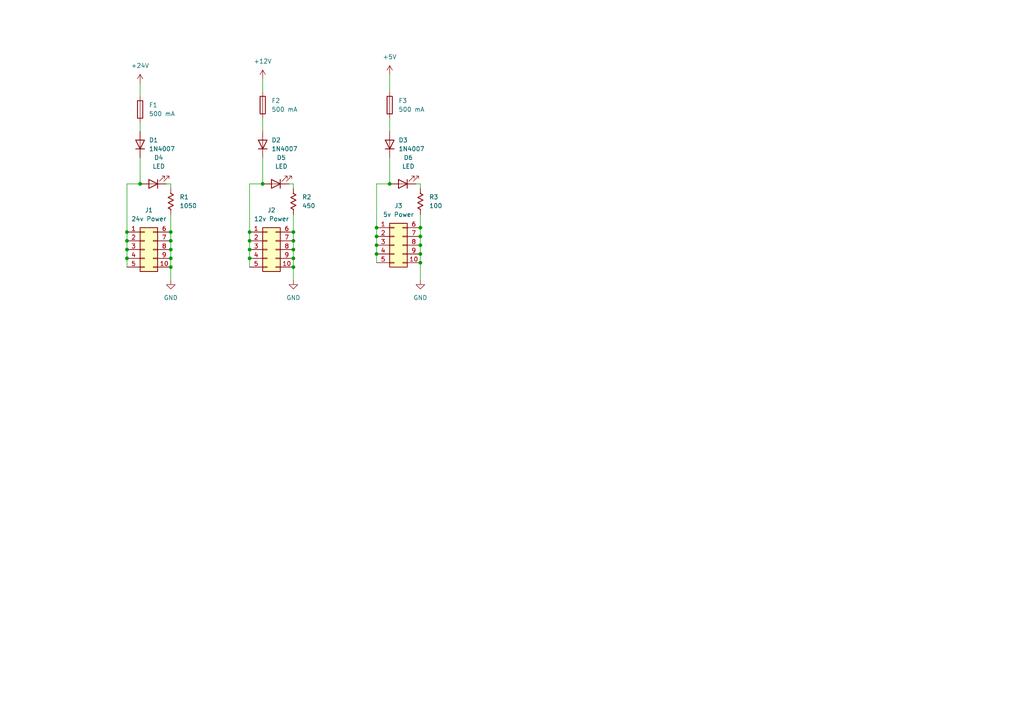
<source format=kicad_sch>
(kicad_sch (version 20230121) (generator eeschema)
  (paper "A4")
  (lib_symbols
    (symbol "Connector_Generic:Conn_02x05_Top_Bottom" (pin_names (offset 1.016) hide)
      (property "Reference" "J" (at 1.27 7.62 0))
      (property "Value" "Conn_02x05_Top_Bottom" (at 1.27 -7.62 0))
      (symbol "Conn_02x05_Top_Bottom_1_1"
        (rectangle (start -1.27 -4.953) (end 0 -5.207) (stroke (width 0.1524)))
        (rectangle (start -1.27 -2.413) (end 0 -2.667) (stroke (width 0.1524)))
        (rectangle (start -1.27 0.127) (end 0 -0.127) (stroke (width 0.1524)))
        (rectangle (start -1.27 2.667) (end 0 2.413) (stroke (width 0.1524)))
        (rectangle (start -1.27 5.207) (end 0 4.953) (stroke (width 0.1524)))
        (rectangle (start -1.27 6.35) (end 3.81 -6.35) (stroke (width 0.254)) (fill (type background)))
        (rectangle (start 3.81 -4.953) (end 2.54 -5.207) (stroke (width 0.1524)))
        (rectangle (start 3.81 -2.413) (end 2.54 -2.667) (stroke (width 0.1524)))
        (rectangle (start 3.81 0.127) (end 2.54 -0.127) (stroke (width 0.1524)))
        (rectangle (start 3.81 2.667) (end 2.54 2.413) (stroke (width 0.1524)))
        (rectangle (start 3.81 5.207) (end 2.54 4.953) (stroke (width 0.1524)))
        (pin passive line (at -5.08 5.08 0) (length 3.81) (name "Pin_1") (number "1"))
        (pin passive line (at 7.62 -5.08 180) (length 3.81) (name "Pin_10") (number "10"))
        (pin passive line (at -5.08 2.54 0) (length 3.81) (name "Pin_2") (number "2"))
        (pin passive line (at -5.08 0 0) (length 3.81) (name "Pin_3") (number "3"))
        (pin passive line (at -5.08 -2.54 0) (length 3.81) (name "Pin_4") (number "4"))
        (pin passive line (at -5.08 -5.08 0) (length 3.81) (name "Pin_5") (number "5"))
        (pin passive line (at 7.62 5.08 180) (length 3.81) (name "Pin_6") (number "6"))
        (pin passive line (at 7.62 2.54 180) (length 3.81) (name "Pin_7") (number "7"))
        (pin passive line (at 7.62 0 180) (length 3.81) (name "Pin_8") (number "8"))
        (pin passive line (at 7.62 -2.54 180) (length 3.81) (name "Pin_9") (number "9"))
      )
    )
    (symbol "Device:Fuse" (pin_numbers hide) (pin_names (offset 0))
      (property "Reference" "F" (at 2.032 0 90))
      (property "Value" "Fuse" (at -1.905 0 90))
      (symbol "Fuse_0_1"
        (rectangle (start -0.762 -2.54) (end 0.762 2.54) (stroke (width 0.254)))
        (polyline (pts (xy 0 2.54) (xy 0 -2.54)))
      )
      (symbol "Fuse_1_1"
        (pin passive line (at 0 3.81 270) (length 1.27) (name "~") (number "1"))
        (pin passive line (at 0 -3.81 90) (length 1.27) (name "~") (number "2"))
      )
    )
    (symbol "Device:LED" (pin_numbers hide) (pin_names (offset 1.016) hide)
      (property "Reference" "D" (at 0 2.54 0))
      (property "Value" "LED" (at 0 -2.54 0))
      (symbol "LED_0_1"
        (polyline (pts (xy -1.27 -1.27) (xy -1.27 1.27)) (stroke (width 0.254)))
        (polyline (pts (xy -1.27 0) (xy 1.27 0)))
        (polyline (pts (xy 1.27 -1.27) (xy 1.27 1.27) (xy -1.27 0) (xy 1.27 -1.27)) (stroke (width 0.254)))
        (polyline (pts (xy -3.048 -0.762) (xy -4.572 -2.286) (xy -3.81 -2.286) (xy -4.572 -2.286) (xy -4.572 -1.524)))
        (polyline (pts (xy -1.778 -0.762) (xy -3.302 -2.286) (xy -2.54 -2.286) (xy -3.302 -2.286) (xy -3.302 -1.524)))
      )
      (symbol "LED_1_1"
        (pin passive line (at -3.81 0 0) (length 2.54) (name "K") (number "1"))
        (pin passive line (at 3.81 0 180) (length 2.54) (name "A") (number "2"))
      )
    )
    (symbol "Diode:1N4007" (pin_numbers hide) (pin_names hide)
      (property "Reference" "D" (at 0 2.54 0))
      (property "Value" "1N4007" (at 0 -2.54 0))
      (symbol "1N4007_0_1"
        (polyline (pts (xy -1.27 1.27) (xy -1.27 -1.27)) (stroke (width 0.254)))
        (polyline (pts (xy 1.27 0) (xy -1.27 0)))
        (polyline (pts (xy 1.27 1.27) (xy 1.27 -1.27) (xy -1.27 0) (xy 1.27 1.27)) (stroke (width 0.254)))
      )
      (symbol "1N4007_1_1"
        (pin passive line (at -3.81 0 0) (length 2.54) (name "K") (number "1"))
        (pin passive line (at 3.81 0 180) (length 2.54) (name "A") (number "2"))
      )
    )
    (symbol "PCM_Resistor_US_AKL:R_Generic" (pin_numbers hide) (pin_names (offset 0))
      (property "Reference" "R" (at 2.54 1.27 0))
      (property "Value" "R_Generic" (at 2.54 -1.27 0))
      (symbol "R_Generic_0_1"
        (polyline (pts (xy 0 -2.286) (xy 0 -2.54)) (stroke (width 0.254)))
        (polyline (pts (xy 0 2.286) (xy 0 2.54)) (stroke (width 0.254)))
        (polyline (pts (xy 0 2.286) (xy 0.762 1.905) (xy -0.762 1.143) (xy 0 0.762) (xy 0.762 0.381) (xy 0 0) (xy -0.762 -0.381) (xy 0 -0.762) (xy 0.762 -1.143) (xy 0 -1.524) (xy -0.762 -1.905) (xy 0 -2.286)) (stroke (width 0.254)))
      )
      (symbol "R_Generic_1_1"
        (pin passive line (at 0 3.81 270) (length 1.27) (name "~") (number "1"))
        (pin passive line (at 0 -3.81 90) (length 1.27) (name "~") (number "2"))
      )
    )
    (symbol "power:+12V" (power) (pin_names (offset 0))
      (property "Value" "+12V" (at 0 3.556 0))
      (symbol "+12V_0_1"
        (polyline (pts (xy -0.762 1.27) (xy 0 2.54)))
        (polyline (pts (xy 0 0) (xy 0 2.54)))
        (polyline (pts (xy 0 2.54) (xy 0.762 1.27)))
      )
      (symbol "+12V_1_1"
        (pin power_in line (at 0 0 90) (length 0) hide (name "+12V") (number "1"))
      )
    )
    (symbol "power:+24V" (power) (pin_names (offset 0))
      (property "Value" "+24V" (at 0 3.556 0))
      (symbol "+24V_0_1"
        (polyline (pts (xy -0.762 1.27) (xy 0 2.54)))
        (polyline (pts (xy 0 0) (xy 0 2.54)))
        (polyline (pts (xy 0 2.54) (xy 0.762 1.27)))
      )
      (symbol "+24V_1_1"
        (pin power_in line (at 0 0 90) (length 0) hide (name "+24V") (number "1"))
      )
    )
    (symbol "power:+5V" (power) (pin_names (offset 0))
      (property "Value" "+5V" (at 0 3.556 0))
      (symbol "+5V_0_1"
        (polyline (pts (xy -0.762 1.27) (xy 0 2.54)))
        (polyline (pts (xy 0 0) (xy 0 2.54)))
        (polyline (pts (xy 0 2.54) (xy 0.762 1.27)))
      )
      (symbol "+5V_1_1"
        (pin power_in line (at 0 0 90) (length 0) hide (name "+5V") (number "1"))
      )
    )
    (symbol "power:GND" (power) (pin_names (offset 0))
      (property "Value" "GND" (at 0 -3.81 0))
      (symbol "GND_0_1"
        (polyline (pts (xy 0 0) (xy 0 -1.27) (xy 1.27 -1.27) (xy 0 -2.54) (xy -1.27 -1.27) (xy 0 -1.27)))
      )
      (symbol "GND_1_1"
        (pin power_in line (at 0 0 270) (length 0) hide (name "GND") (number "1"))
      )
    )
  )
  (junction (at 121.92 66.04))
  (junction (at 49.53 77.47))
  (junction (at 72.39 67.31))
  (junction (at 36.83 69.85))
  (junction (at 40.64 53.34))
  (junction (at 85.09 67.31))
  (junction (at 72.39 72.39))
  (junction (at 49.53 74.93))
  (junction (at 113.03 53.34))
  (junction (at 36.83 67.31))
  (junction (at 109.22 66.04))
  (junction (at 76.2 53.34))
  (junction (at 36.83 72.39))
  (junction (at 36.83 74.93))
  (junction (at 85.09 77.47))
  (junction (at 49.53 72.39))
  (junction (at 121.92 73.66))
  (junction (at 72.39 74.93))
  (junction (at 49.53 67.31))
  (junction (at 109.22 73.66))
  (junction (at 85.09 72.39))
  (junction (at 109.22 68.58))
  (junction (at 121.92 68.58))
  (junction (at 72.39 69.85))
  (junction (at 109.22 71.12))
  (junction (at 85.09 74.93))
  (junction (at 121.92 71.12))
  (junction (at 49.53 69.85))
  (junction (at 85.09 69.85))
  (junction (at 121.92 76.2))
  (wire (pts (xy 40.64 45.72) (xy 40.64 53.34)))
  (wire (pts (xy 85.09 77.47) (xy 85.09 81.28)))
  (wire (pts (xy 40.64 53.34) (xy 36.83 53.34)))
  (wire (pts (xy 49.53 69.85) (xy 49.53 72.39)))
  (wire (pts (xy 40.64 35.56) (xy 40.64 38.1)))
  (wire (pts (xy 72.39 72.39) (xy 72.39 69.85)))
  (wire (pts (xy 36.83 67.31) (xy 36.83 69.85)))
  (wire (pts (xy 109.22 76.2) (xy 109.22 73.66)))
  (wire (pts (xy 109.22 53.34) (xy 113.03 53.34)))
  (wire (pts (xy 49.53 53.34) (xy 49.53 54.61)))
  (wire (pts (xy 49.53 77.47) (xy 49.53 81.28)))
  (wire (pts (xy 85.09 67.31) (xy 85.09 69.85)))
  (wire (pts (xy 113.03 34.29) (xy 113.03 38.1)))
  (wire (pts (xy 113.03 45.72) (xy 113.03 53.34)))
  (wire (pts (xy 121.92 54.61) (xy 121.92 53.34)))
  (wire (pts (xy 36.83 53.34) (xy 36.83 67.31)))
  (wire (pts (xy 76.2 34.29) (xy 76.2 38.1)))
  (wire (pts (xy 72.39 53.34) (xy 76.2 53.34)))
  (wire (pts (xy 121.92 73.66) (xy 121.92 76.2)))
  (wire (pts (xy 36.83 69.85) (xy 36.83 72.39)))
  (wire (pts (xy 85.09 69.85) (xy 85.09 72.39)))
  (wire (pts (xy 109.22 73.66) (xy 109.22 71.12)))
  (wire (pts (xy 49.53 62.23) (xy 49.53 67.31)))
  (wire (pts (xy 109.22 71.12) (xy 109.22 68.58)))
  (wire (pts (xy 49.53 72.39) (xy 49.53 74.93)))
  (wire (pts (xy 72.39 67.31) (xy 72.39 53.34)))
  (wire (pts (xy 72.39 77.47) (xy 72.39 74.93)))
  (wire (pts (xy 121.92 66.04) (xy 121.92 68.58)))
  (wire (pts (xy 36.83 74.93) (xy 36.83 77.47)))
  (wire (pts (xy 76.2 22.86) (xy 76.2 26.67)))
  (wire (pts (xy 121.92 71.12) (xy 121.92 73.66)))
  (wire (pts (xy 121.92 62.23) (xy 121.92 66.04)))
  (wire (pts (xy 72.39 69.85) (xy 72.39 67.31)))
  (wire (pts (xy 121.92 68.58) (xy 121.92 71.12)))
  (wire (pts (xy 85.09 62.23) (xy 85.09 67.31)))
  (wire (pts (xy 109.22 53.34) (xy 109.22 66.04)))
  (wire (pts (xy 49.53 67.31) (xy 49.53 69.85)))
  (wire (pts (xy 121.92 53.34) (xy 120.65 53.34)))
  (wire (pts (xy 48.26 53.34) (xy 49.53 53.34)))
  (wire (pts (xy 113.03 21.59) (xy 113.03 26.67)))
  (wire (pts (xy 40.64 24.13) (xy 40.64 27.94)))
  (wire (pts (xy 85.09 72.39) (xy 85.09 74.93)))
  (wire (pts (xy 109.22 68.58) (xy 109.22 66.04)))
  (wire (pts (xy 85.09 53.34) (xy 85.09 54.61)))
  (wire (pts (xy 49.53 74.93) (xy 49.53 77.47)))
  (wire (pts (xy 76.2 45.72) (xy 76.2 53.34)))
  (wire (pts (xy 36.83 72.39) (xy 36.83 74.93)))
  (wire (pts (xy 72.39 74.93) (xy 72.39 72.39)))
  (wire (pts (xy 83.82 53.34) (xy 85.09 53.34)))
  (wire (pts (xy 121.92 76.2) (xy 121.92 81.28)))
  (wire (pts (xy 85.09 74.93) (xy 85.09 77.47)))
  (symbol (lib_id "Diode:1N4007") (at 76.2 41.91 90) (unit 1)
    (property "Reference" "D2" (at 78.74 40.64 90) (effects (justify right)))
    (property "Value" "1N4007" (at 78.74 43.18 90) (effects (justify right)))
    (property "Footprint" "Diode_THT:D_DO-41_SOD81_P10.16mm_Horizontal" (effects hide))
    (property "Datasheet" "http://www.vishay.com/docs/88503/1n4001.pdf" (effects hide))
    (property "Sim.Device" "D" (effects hide))
    (property "Sim.Pins" "1=K 2=A" (effects hide))
  )
  (symbol (lib_id "Connector_Generic:Conn_02x05_Top_Bottom") (at 41.91 72.39 0) (unit 1)
    (property "Reference" "J1" (at 43.18 60.96 0))
    (property "Value" "24v Power" (at 43.18 63.5 0))
    (property "Footprint" "Connector_PinHeader_1.00mm:PinHeader_2x05_P1.00mm_Vertical" (effects hide))
  )
  (symbol (lib_id "Device:Fuse") (at 76.2 30.48 0) (unit 1)
    (property "Reference" "F2" (at 78.74 29.21 0) (effects (justify left)))
    (property "Value" "500 mA" (at 78.74 31.75 0) (effects (justify left)))
    (property "Footprint" "Resistor_THT:R_Axial_DIN0207_L6.3mm_D2.5mm_P15.24mm_Horizontal" (effects hide))
  )
  (symbol (lib_id "PCM_Resistor_US_AKL:R_Generic") (at 49.53 58.42 0) (unit 1)
    (property "Reference" "R1" (at 52.07 57.15 0) (effects (justify left)))
    (property "Value" "1050" (at 52.07 59.69 0) (effects (justify left)))
    (property "Footprint" "Resistor_THT:R_Axial_DIN0207_L6.3mm_D2.5mm_P10.16mm_Horizontal" (effects hide))
  )
  (symbol (lib_id "power:+12V") (at 76.2 22.86 0) (unit 1)
    (property "Reference" "#PWR05" (effects hide))
    (property "Value" "+12V" (at 76.2 17.78 0))
  )
  (symbol (lib_id "power:+5V") (at 113.03 21.59 0) (unit 1)
    (property "Reference" "#PWR06" (effects hide))
    (property "Value" "+5V" (at 113.03 16.51 0))
  )
  (symbol (lib_id "Device:LED") (at 44.45 53.34 180) (unit 1)
    (property "Reference" "D4" (at 46.0375 45.72 0))
    (property "Value" "LED" (at 46.0375 48.26 0))
    (property "Footprint" "LED_THT:LED_D5.0mm" (effects hide))
  )
  (symbol (lib_id "power:GND") (at 121.92 81.28 0) (unit 1)
    (property "Reference" "#PWR04" (effects hide))
    (property "Value" "GND" (at 121.92 86.36 0))
  )
  (symbol (lib_id "Connector_Generic:Conn_02x05_Top_Bottom") (at 77.47 72.39 0) (unit 1)
    (property "Reference" "J2" (at 78.74 60.96 0))
    (property "Value" "12v Power" (at 78.74 63.5 0))
    (property "Footprint" "Connector_PinHeader_1.00mm:PinHeader_2x05_P1.00mm_Vertical" (effects hide))
  )
  (symbol (lib_id "power:GND") (at 85.09 81.28 0) (unit 1)
    (property "Reference" "#PWR03" (effects hide))
    (property "Value" "GND" (at 85.09 86.36 0))
  )
  (symbol (lib_id "Connector_Generic:Conn_02x05_Top_Bottom") (at 114.3 71.12 0) (unit 1)
    (property "Reference" "J3" (at 115.57 59.69 0))
    (property "Value" "5v Power" (at 115.57 62.23 0))
    (property "Footprint" "Connector_PinHeader_1.00mm:PinHeader_2x05_P1.00mm_Vertical" (effects hide))
  )
  (symbol (lib_id "Diode:1N4007") (at 40.64 41.91 90) (unit 1)
    (property "Reference" "D1" (at 43.18 40.64 90) (effects (justify right)))
    (property "Value" "1N4007" (at 43.18 43.18 90) (effects (justify right)))
    (property "Footprint" "Diode_THT:D_DO-41_SOD81_P10.16mm_Horizontal" (effects hide))
    (property "Datasheet" "http://www.vishay.com/docs/88503/1n4001.pdf" (effects hide))
    (property "Sim.Device" "D" (effects hide))
    (property "Sim.Pins" "1=K 2=A" (effects hide))
  )
  (symbol (lib_id "Device:LED") (at 80.01 53.34 180) (unit 1)
    (property "Reference" "D5" (at 81.5975 45.72 0))
    (property "Value" "LED" (at 81.5975 48.26 0))
    (property "Footprint" "LED_THT:LED_D5.0mm" (effects hide))
  )
  (symbol (lib_id "PCM_Resistor_US_AKL:R_Generic") (at 121.92 58.42 0) (unit 1)
    (property "Reference" "R3" (at 124.46 57.15 0) (effects (justify left)))
    (property "Value" "100" (at 124.46 59.69 0) (effects (justify left)))
    (property "Footprint" "Resistor_THT:R_Axial_DIN0207_L6.3mm_D2.5mm_P10.16mm_Horizontal" (effects hide))
  )
  (symbol (lib_id "Diode:1N4007") (at 113.03 41.91 90) (unit 1)
    (property "Reference" "D3" (at 115.57 40.64 90) (effects (justify right)))
    (property "Value" "1N4007" (at 115.57 43.18 90) (effects (justify right)))
    (property "Footprint" "Diode_THT:D_DO-41_SOD81_P10.16mm_Horizontal" (effects hide))
    (property "Datasheet" "http://www.vishay.com/docs/88503/1n4001.pdf" (effects hide))
    (property "Sim.Device" "D" (effects hide))
    (property "Sim.Pins" "1=K 2=A" (effects hide))
  )
  (symbol (lib_id "Device:Fuse") (at 113.03 30.48 0) (unit 1)
    (property "Reference" "F3" (at 115.57 29.21 0) (effects (justify left)))
    (property "Value" "500 mA" (at 115.57 31.75 0) (effects (justify left)))
    (property "Footprint" "Resistor_THT:R_Axial_DIN0207_L6.3mm_D2.5mm_P15.24mm_Horizontal" (effects hide))
  )
  (symbol (lib_id "power:+24V") (at 40.64 24.13 0) (unit 1)
    (property "Reference" "#PWR01" (effects hide))
    (property "Value" "+24V" (at 40.64 19.05 0))
  )
  (symbol (lib_id "power:GND") (at 49.53 81.28 0) (unit 1)
    (property "Reference" "#PWR02" (effects hide))
    (property "Value" "GND" (at 49.53 86.36 0))
  )
  (symbol (lib_id "PCM_Resistor_US_AKL:R_Generic") (at 85.09 58.42 0) (unit 1)
    (property "Reference" "R2" (at 87.63 57.15 0) (effects (justify left)))
    (property "Value" "450" (at 87.63 59.69 0) (effects (justify left)))
    (property "Footprint" "Resistor_THT:R_Axial_DIN0207_L6.3mm_D2.5mm_P10.16mm_Horizontal" (effects hide))
  )
  (symbol (lib_id "Device:Fuse") (at 40.64 31.75 0) (unit 1)
    (property "Reference" "F1" (at 43.18 30.48 0) (effects (justify left)))
    (property "Value" "500 mA" (at 43.18 33.02 0) (effects (justify left)))
    (property "Footprint" "Resistor_THT:R_Axial_DIN0207_L6.3mm_D2.5mm_P15.24mm_Horizontal" (effects hide))
  )
  (symbol (lib_id "Device:LED") (at 116.84 53.34 180) (unit 1)
    (property "Reference" "D6" (at 118.4275 45.72 0))
    (property "Value" "LED" (at 118.4275 48.26 0))
    (property "Footprint" "LED_THT:LED_D5.0mm" (effects hide))
  )
)
</source>
